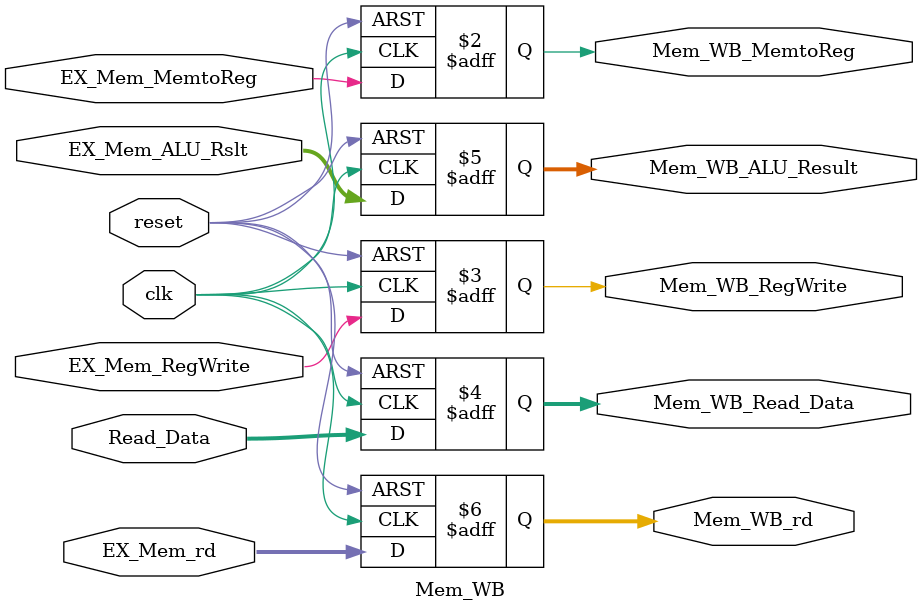
<source format=v>
module Mem_WB(
  input clk, reset,
  input EX_Mem_MemtoReg,
  input EX_Mem_RegWrite,
  input [63:0] Read_Data, 
  input [63:0] EX_Mem_ALU_Rslt,
  input [4:0] EX_Mem_rd,
  
  output reg Mem_WB_MemtoReg,
  output reg Mem_WB_RegWrite,
  output reg [63:0] Mem_WB_Read_Data,
  output reg [63:0] Mem_WB_ALU_Result,
  output reg [4:0] Mem_WB_rd
);
  
  always @(posedge clk or posedge reset)
    begin
      if (reset)
        begin
          Mem_WB_MemtoReg = 1'b0;
          Mem_WB_RegWrite = 1'b0;
          Mem_WB_Read_Data = 64'b0;
          
          Mem_WB_ALU_Result = 64'b0;
          Mem_WB_rd = 5'b0;
        end
      else
        begin
          Mem_WB_MemtoReg = EX_Mem_MemtoReg;
          Mem_WB_RegWrite = EX_Mem_RegWrite;
          Mem_WB_Read_Data = Read_Data;
          Mem_WB_ALU_Result = EX_Mem_ALU_Rslt;
          Mem_WB_rd = EX_Mem_rd;
        end
       
    end
  
endmodule
</source>
